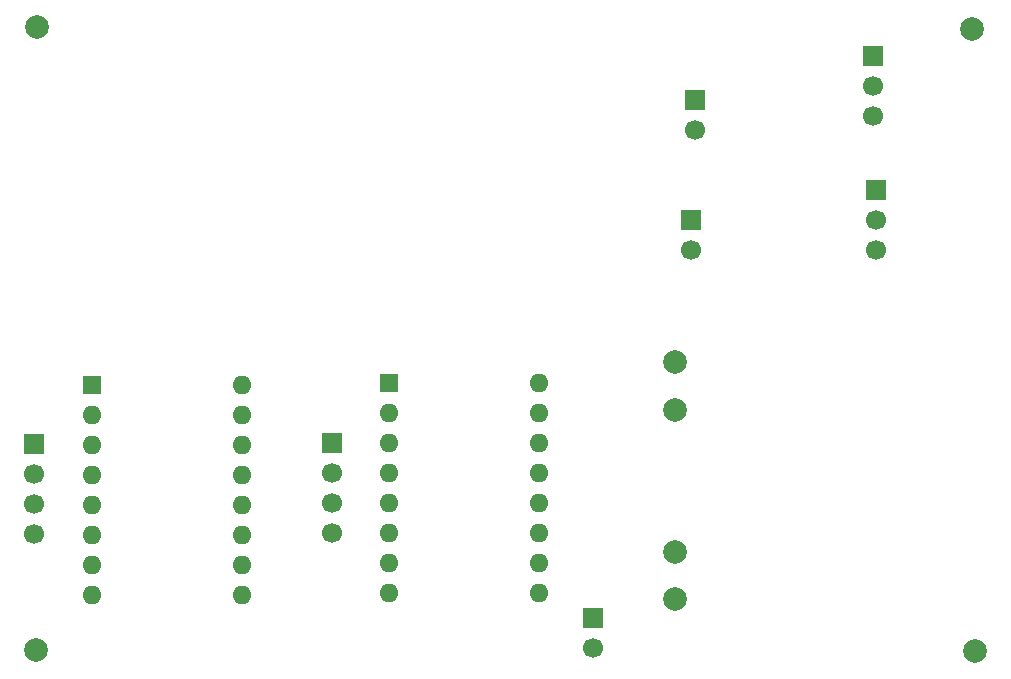
<source format=gbs>
%TF.GenerationSoftware,KiCad,Pcbnew,9.0.6*%
%TF.CreationDate,2025-11-17T01:57:32-05:00*%
%TF.ProjectId,DoodleBot,446f6f64-6c65-4426-9f74-2e6b69636164,rev?*%
%TF.SameCoordinates,Original*%
%TF.FileFunction,Soldermask,Bot*%
%TF.FilePolarity,Negative*%
%FSLAX46Y46*%
G04 Gerber Fmt 4.6, Leading zero omitted, Abs format (unit mm)*
G04 Created by KiCad (PCBNEW 9.0.6) date 2025-11-17 01:57:32*
%MOMM*%
%LPD*%
G01*
G04 APERTURE LIST*
%ADD10C,2.000000*%
%ADD11R,1.700000X1.700000*%
%ADD12C,1.700000*%
%ADD13R,1.600000X1.600000*%
%ADD14O,1.600000X1.600000*%
G04 APERTURE END LIST*
D10*
%TO.C,*%
X65900000Y-80000000D03*
%TD*%
%TO.C,*%
X65900000Y-80000000D03*
%TD*%
%TO.C,*%
X65800000Y-132700000D03*
%TD*%
%TO.C,*%
X65800000Y-132700000D03*
%TD*%
%TO.C,*%
X145100000Y-80100000D03*
%TD*%
%TO.C,*%
X145100000Y-80100000D03*
%TD*%
%TO.C,*%
X145300000Y-132800000D03*
%TD*%
%TO.C,L2*%
X119881185Y-108359064D03*
X119881185Y-112359064D03*
%TD*%
%TO.C,L1*%
X119950000Y-128400000D03*
X119950000Y-124400000D03*
%TD*%
D11*
%TO.C,J7*%
X136700000Y-82440000D03*
D12*
X136700000Y-84980000D03*
X136700000Y-87520000D03*
%TD*%
D11*
%TO.C,J6*%
X136900000Y-93800000D03*
D12*
X136900000Y-96340000D03*
X136900000Y-98880000D03*
%TD*%
D11*
%TO.C,J5*%
X121600000Y-86125000D03*
D12*
X121600000Y-88665000D03*
%TD*%
D11*
%TO.C,J4*%
X121300000Y-96300000D03*
D12*
X121300000Y-98840000D03*
%TD*%
D11*
%TO.C,J2*%
X90900000Y-115200000D03*
D12*
X90900000Y-117740000D03*
X90900000Y-120280000D03*
X90900000Y-122820000D03*
%TD*%
D11*
%TO.C,J1*%
X65660000Y-115300000D03*
D12*
X65660000Y-117840000D03*
X65660000Y-120380000D03*
X65660000Y-122920000D03*
%TD*%
D11*
%TO.C,Battery1*%
X113000000Y-130000000D03*
D12*
X113000000Y-132540000D03*
%TD*%
D13*
%TO.C,A1*%
X70520000Y-110250000D03*
D14*
X70520000Y-112790000D03*
X70520000Y-115330000D03*
X70520000Y-117870000D03*
X70520000Y-120410000D03*
X70520000Y-122950000D03*
X70520000Y-125490000D03*
X70520000Y-128030000D03*
X83220000Y-128030000D03*
X83220000Y-125490000D03*
X83220000Y-122950000D03*
X83220000Y-120410000D03*
X83220000Y-117870000D03*
X83220000Y-115330000D03*
X83220000Y-112790000D03*
X83220000Y-110250000D03*
%TD*%
D13*
%TO.C,A2*%
X95700000Y-110100000D03*
D14*
X95700000Y-112640000D03*
X95700000Y-115180000D03*
X95700000Y-117720000D03*
X95700000Y-120260000D03*
X95700000Y-122800000D03*
X95700000Y-125340000D03*
X95700000Y-127880000D03*
X108400000Y-127880000D03*
X108400000Y-125340000D03*
X108400000Y-122800000D03*
X108400000Y-120260000D03*
X108400000Y-117720000D03*
X108400000Y-115180000D03*
X108400000Y-112640000D03*
X108400000Y-110100000D03*
%TD*%
M02*

</source>
